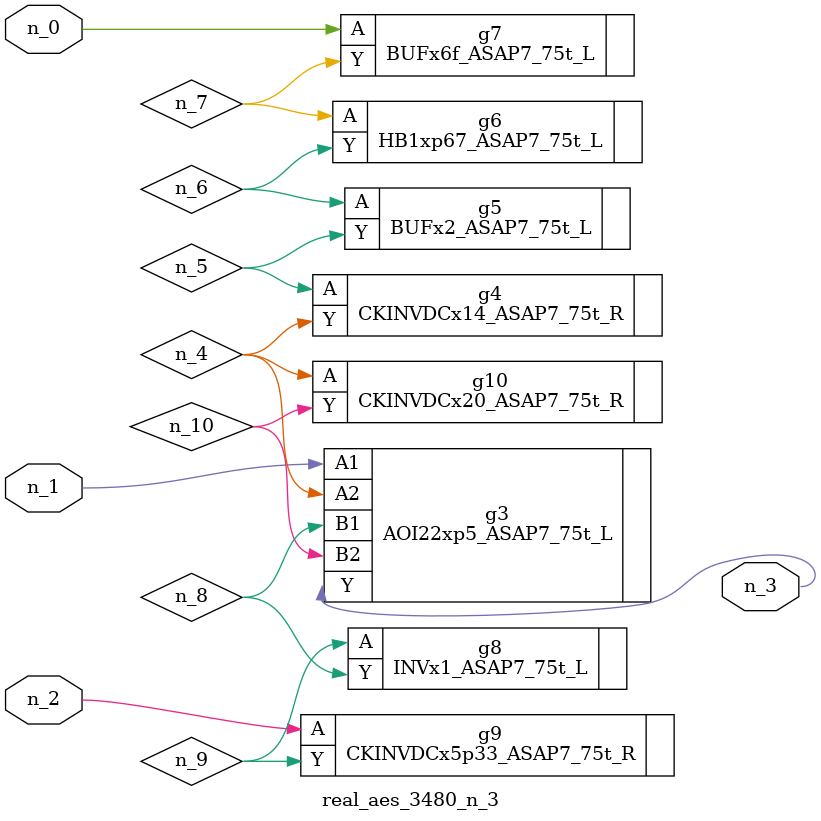
<source format=v>
module real_aes_3480_n_3 (n_0, n_2, n_1, n_3);
input n_0;
input n_2;
input n_1;
output n_3;
wire n_4;
wire n_5;
wire n_7;
wire n_8;
wire n_6;
wire n_9;
wire n_10;
BUFx6f_ASAP7_75t_L g7 ( .A(n_0), .Y(n_7) );
AOI22xp5_ASAP7_75t_L g3 ( .A1(n_1), .A2(n_4), .B1(n_8), .B2(n_10), .Y(n_3) );
CKINVDCx5p33_ASAP7_75t_R g9 ( .A(n_2), .Y(n_9) );
CKINVDCx20_ASAP7_75t_R g10 ( .A(n_4), .Y(n_10) );
CKINVDCx14_ASAP7_75t_R g4 ( .A(n_5), .Y(n_4) );
BUFx2_ASAP7_75t_L g5 ( .A(n_6), .Y(n_5) );
HB1xp67_ASAP7_75t_L g6 ( .A(n_7), .Y(n_6) );
INVx1_ASAP7_75t_L g8 ( .A(n_9), .Y(n_8) );
endmodule
</source>
